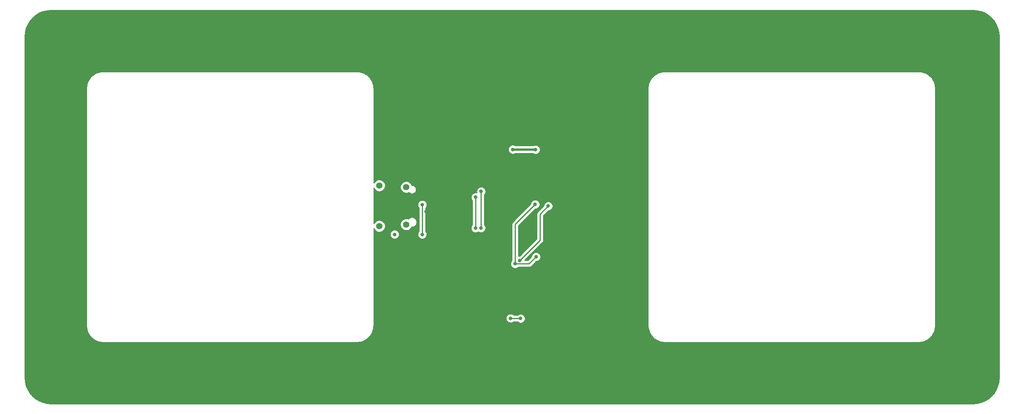
<source format=gbr>
G04 #@! TF.GenerationSoftware,KiCad,Pcbnew,(5.1.5-0-10_14)*
G04 #@! TF.CreationDate,2020-01-24T22:17:13-08:00*
G04 #@! TF.ProjectId,esp32-color-lamp-stand,65737033-322d-4636-9f6c-6f722d6c616d,rev?*
G04 #@! TF.SameCoordinates,Original*
G04 #@! TF.FileFunction,Copper,L2,Bot*
G04 #@! TF.FilePolarity,Positive*
%FSLAX46Y46*%
G04 Gerber Fmt 4.6, Leading zero omitted, Abs format (unit mm)*
G04 Created by KiCad (PCBNEW (5.1.5-0-10_14)) date 2020-01-24 22:17:13*
%MOMM*%
%LPD*%
G04 APERTURE LIST*
%ADD10C,1.400000*%
%ADD11C,0.800000*%
%ADD12C,0.508000*%
%ADD13C,0.254000*%
G04 APERTURE END LIST*
D10*
X84898000Y-39870000D03*
X84898000Y-48130000D03*
X78948000Y-48490000D03*
X78948000Y-39510000D03*
D11*
X113449100Y-31584900D03*
X108419900Y-31534100D03*
X196500000Y-3300000D03*
X179500000Y-3300000D03*
X162500000Y-3300000D03*
X145500000Y-3300000D03*
X128280300Y-3300000D03*
X111280300Y-3300000D03*
X94500000Y-3300000D03*
X77500000Y-3300000D03*
X60500000Y-3300000D03*
X43500000Y-3300000D03*
X26500000Y-3300000D03*
X9500000Y-3300000D03*
X3300000Y-23500000D03*
X3300000Y-40500000D03*
X3300000Y-57500000D03*
X3300000Y-74500000D03*
X19500000Y-84700000D03*
X36500000Y-84700000D03*
X70500000Y-84700000D03*
X53500000Y-84700000D03*
X87500000Y-84700000D03*
X104500000Y-84700000D03*
X125006100Y-21907500D03*
X212700000Y-47500000D03*
X212700000Y-30500000D03*
X212700000Y-13500000D03*
X212700000Y-64500000D03*
X111544100Y-63144400D03*
X138500000Y-84700000D03*
X155500000Y-84700000D03*
X172500000Y-84700000D03*
X189500000Y-84700000D03*
X206500000Y-84700000D03*
X121500000Y-84700000D03*
X89268300Y-45250100D03*
X88265000Y-36487100D03*
X88379300Y-41465500D03*
X110159800Y-68935600D03*
X107924600Y-68884800D03*
X116255800Y-44056300D03*
X109969300Y-56113127D03*
X113360200Y-43675300D03*
X113563400Y-55295800D03*
X108926490Y-56840137D03*
X82334100Y-50330100D03*
X88442800Y-50330100D03*
X88450115Y-43750000D03*
X101434900Y-48920400D03*
X101434900Y-40817800D03*
X100190300Y-48945800D03*
X100190300Y-42100500D03*
D12*
X113398300Y-31534100D02*
X113449100Y-31584900D01*
X108419900Y-31534100D02*
X113398300Y-31534100D01*
D13*
X107975400Y-68935600D02*
X107924600Y-68884800D01*
X110159800Y-68935600D02*
X107975400Y-68935600D01*
X114465100Y-45847000D02*
X116255800Y-44056300D01*
X114465100Y-51617327D02*
X114465100Y-45847000D01*
X109969300Y-56113127D02*
X114465100Y-51617327D01*
X108926490Y-56274452D02*
X108926490Y-56840137D01*
X113360200Y-43675300D02*
X108926490Y-48109010D01*
X108926490Y-48109010D02*
X108926490Y-56274452D01*
X113563400Y-55295800D02*
X112019063Y-56840137D01*
X112019063Y-56840137D02*
X108926490Y-56840137D01*
X88442800Y-43757315D02*
X88450115Y-43750000D01*
X88442800Y-50330100D02*
X88442800Y-43757315D01*
X101434900Y-41198800D02*
X101434900Y-48920400D01*
X101434900Y-40817800D02*
X101434900Y-41198800D01*
X100190300Y-42100500D02*
X100190300Y-48945800D01*
G36*
X210901486Y-808221D02*
G01*
X211780784Y-1019322D01*
X212616221Y-1365372D01*
X213387244Y-1837855D01*
X214074863Y-2425137D01*
X214662144Y-3112755D01*
X215134629Y-3883781D01*
X215480679Y-4719220D01*
X215691779Y-5598514D01*
X215765000Y-6528875D01*
X215765001Y-81971112D01*
X215691779Y-82901486D01*
X215480679Y-83780780D01*
X215134629Y-84616219D01*
X214662144Y-85387245D01*
X214074863Y-86074863D01*
X213387244Y-86662145D01*
X212616221Y-87134628D01*
X211780784Y-87480678D01*
X210901486Y-87691779D01*
X209971124Y-87765000D01*
X6528875Y-87765000D01*
X5598514Y-87691779D01*
X4719220Y-87480679D01*
X3883781Y-87134629D01*
X3112755Y-86662144D01*
X2425137Y-86074863D01*
X1837855Y-85387244D01*
X1365372Y-84616221D01*
X1019322Y-83780784D01*
X808221Y-82901486D01*
X735000Y-81971124D01*
X735000Y-17963896D01*
X14265000Y-17963896D01*
X14265001Y-70536105D01*
X14268229Y-70568875D01*
X14268098Y-70587559D01*
X14269099Y-70597772D01*
X14330300Y-71180062D01*
X14343710Y-71245388D01*
X14356179Y-71310756D01*
X14359143Y-71320572D01*
X14359144Y-71320579D01*
X14359147Y-71320585D01*
X14532282Y-71879894D01*
X14558095Y-71941301D01*
X14583051Y-72003069D01*
X14587869Y-72012130D01*
X14866345Y-72527162D01*
X14903608Y-72582408D01*
X14940074Y-72638133D01*
X14946560Y-72646086D01*
X15319770Y-73097219D01*
X15367060Y-73144180D01*
X15413648Y-73191754D01*
X15421555Y-73198296D01*
X15875283Y-73568348D01*
X15930776Y-73605217D01*
X15985737Y-73642850D01*
X15994764Y-73647731D01*
X16511728Y-73922605D01*
X16573367Y-73948011D01*
X16634548Y-73974233D01*
X16644351Y-73977268D01*
X17204859Y-74146495D01*
X17270251Y-74159443D01*
X17335367Y-74173284D01*
X17345573Y-74174357D01*
X17928276Y-74231492D01*
X17928277Y-74231492D01*
X17963895Y-74235000D01*
X74036105Y-74235000D01*
X74068884Y-74231772D01*
X74087559Y-74231902D01*
X74097772Y-74230901D01*
X74680062Y-74169700D01*
X74745388Y-74156290D01*
X74810756Y-74143821D01*
X74820572Y-74140857D01*
X74820579Y-74140856D01*
X74820585Y-74140853D01*
X75379894Y-73967718D01*
X75441301Y-73941905D01*
X75503069Y-73916949D01*
X75512130Y-73912131D01*
X76027162Y-73633655D01*
X76082408Y-73596392D01*
X76138133Y-73559926D01*
X76146086Y-73553440D01*
X76597219Y-73180230D01*
X76644180Y-73132940D01*
X76691754Y-73086352D01*
X76698296Y-73078445D01*
X77068348Y-72624717D01*
X77105217Y-72569224D01*
X77142850Y-72514263D01*
X77147731Y-72505236D01*
X77422605Y-71988272D01*
X77448011Y-71926633D01*
X77474233Y-71865452D01*
X77477268Y-71855649D01*
X77646495Y-71295141D01*
X77659443Y-71229749D01*
X77673284Y-71164633D01*
X77674357Y-71154427D01*
X77731492Y-70571724D01*
X77731492Y-70571723D01*
X77735000Y-70536105D01*
X77735000Y-68782861D01*
X106889600Y-68782861D01*
X106889600Y-68986739D01*
X106929374Y-69186698D01*
X107007395Y-69375056D01*
X107120663Y-69544574D01*
X107264826Y-69688737D01*
X107434344Y-69802005D01*
X107622702Y-69880026D01*
X107822661Y-69919800D01*
X108026539Y-69919800D01*
X108226498Y-69880026D01*
X108414856Y-69802005D01*
X108571110Y-69697600D01*
X109458089Y-69697600D01*
X109500026Y-69739537D01*
X109669544Y-69852805D01*
X109857902Y-69930826D01*
X110057861Y-69970600D01*
X110261739Y-69970600D01*
X110461698Y-69930826D01*
X110650056Y-69852805D01*
X110819574Y-69739537D01*
X110963737Y-69595374D01*
X111077005Y-69425856D01*
X111155026Y-69237498D01*
X111194800Y-69037539D01*
X111194800Y-68833661D01*
X111155026Y-68633702D01*
X111077005Y-68445344D01*
X110963737Y-68275826D01*
X110819574Y-68131663D01*
X110650056Y-68018395D01*
X110461698Y-67940374D01*
X110261739Y-67900600D01*
X110057861Y-67900600D01*
X109857902Y-67940374D01*
X109669544Y-68018395D01*
X109500026Y-68131663D01*
X109458089Y-68173600D01*
X108677111Y-68173600D01*
X108584374Y-68080863D01*
X108414856Y-67967595D01*
X108226498Y-67889574D01*
X108026539Y-67849800D01*
X107822661Y-67849800D01*
X107622702Y-67889574D01*
X107434344Y-67967595D01*
X107264826Y-68080863D01*
X107120663Y-68225026D01*
X107007395Y-68394544D01*
X106929374Y-68582902D01*
X106889600Y-68782861D01*
X77735000Y-68782861D01*
X77735000Y-56738198D01*
X107891490Y-56738198D01*
X107891490Y-56942076D01*
X107931264Y-57142035D01*
X108009285Y-57330393D01*
X108122553Y-57499911D01*
X108266716Y-57644074D01*
X108436234Y-57757342D01*
X108624592Y-57835363D01*
X108824551Y-57875137D01*
X109028429Y-57875137D01*
X109228388Y-57835363D01*
X109416746Y-57757342D01*
X109586264Y-57644074D01*
X109628201Y-57602137D01*
X111981640Y-57602137D01*
X112019063Y-57605823D01*
X112056486Y-57602137D01*
X112056489Y-57602137D01*
X112168441Y-57591111D01*
X112312078Y-57547539D01*
X112444455Y-57476782D01*
X112560485Y-57381559D01*
X112584347Y-57352483D01*
X113606031Y-56330800D01*
X113665339Y-56330800D01*
X113865298Y-56291026D01*
X114053656Y-56213005D01*
X114223174Y-56099737D01*
X114367337Y-55955574D01*
X114480605Y-55786056D01*
X114558626Y-55597698D01*
X114598400Y-55397739D01*
X114598400Y-55193861D01*
X114558626Y-54993902D01*
X114480605Y-54805544D01*
X114367337Y-54636026D01*
X114223174Y-54491863D01*
X114053656Y-54378595D01*
X113865298Y-54300574D01*
X113665339Y-54260800D01*
X113461461Y-54260800D01*
X113261502Y-54300574D01*
X113073144Y-54378595D01*
X112903626Y-54491863D01*
X112759463Y-54636026D01*
X112646195Y-54805544D01*
X112568174Y-54993902D01*
X112528400Y-55193861D01*
X112528400Y-55253169D01*
X111703433Y-56078137D01*
X111081920Y-56078137D01*
X114977453Y-52182605D01*
X115006522Y-52158749D01*
X115101745Y-52042719D01*
X115172502Y-51910342D01*
X115216074Y-51766705D01*
X115227100Y-51654753D01*
X115227100Y-51654751D01*
X115230786Y-51617328D01*
X115227100Y-51579905D01*
X115227100Y-46162630D01*
X116298431Y-45091300D01*
X116357739Y-45091300D01*
X116557698Y-45051526D01*
X116746056Y-44973505D01*
X116915574Y-44860237D01*
X117059737Y-44716074D01*
X117173005Y-44546556D01*
X117251026Y-44358198D01*
X117290800Y-44158239D01*
X117290800Y-43954361D01*
X117251026Y-43754402D01*
X117173005Y-43566044D01*
X117059737Y-43396526D01*
X116915574Y-43252363D01*
X116746056Y-43139095D01*
X116557698Y-43061074D01*
X116357739Y-43021300D01*
X116153861Y-43021300D01*
X115953902Y-43061074D01*
X115765544Y-43139095D01*
X115596026Y-43252363D01*
X115451863Y-43396526D01*
X115338595Y-43566044D01*
X115260574Y-43754402D01*
X115220800Y-43954361D01*
X115220800Y-44013669D01*
X113952749Y-45281721D01*
X113923679Y-45305578D01*
X113899822Y-45334648D01*
X113899821Y-45334649D01*
X113828455Y-45421608D01*
X113757699Y-45553985D01*
X113714127Y-45697622D01*
X113699414Y-45847000D01*
X113703101Y-45884433D01*
X113703100Y-51301696D01*
X109926670Y-55078127D01*
X109867361Y-55078127D01*
X109688490Y-55113706D01*
X109688490Y-48424640D01*
X113402831Y-44710300D01*
X113462139Y-44710300D01*
X113662098Y-44670526D01*
X113850456Y-44592505D01*
X114019974Y-44479237D01*
X114164137Y-44335074D01*
X114277405Y-44165556D01*
X114355426Y-43977198D01*
X114395200Y-43777239D01*
X114395200Y-43573361D01*
X114355426Y-43373402D01*
X114277405Y-43185044D01*
X114164137Y-43015526D01*
X114019974Y-42871363D01*
X113850456Y-42758095D01*
X113662098Y-42680074D01*
X113462139Y-42640300D01*
X113258261Y-42640300D01*
X113058302Y-42680074D01*
X112869944Y-42758095D01*
X112700426Y-42871363D01*
X112556263Y-43015526D01*
X112442995Y-43185044D01*
X112364974Y-43373402D01*
X112325200Y-43573361D01*
X112325200Y-43632669D01*
X108414144Y-47543726D01*
X108385068Y-47567588D01*
X108329473Y-47635332D01*
X108289845Y-47683618D01*
X108276105Y-47709325D01*
X108219088Y-47815996D01*
X108175516Y-47959633D01*
X108171687Y-47998514D01*
X108160804Y-48109010D01*
X108164490Y-48146433D01*
X108164491Y-56138425D01*
X108122553Y-56180363D01*
X108009285Y-56349881D01*
X107931264Y-56538239D01*
X107891490Y-56738198D01*
X77735000Y-56738198D01*
X77735000Y-50228161D01*
X81299100Y-50228161D01*
X81299100Y-50432039D01*
X81338874Y-50631998D01*
X81416895Y-50820356D01*
X81530163Y-50989874D01*
X81674326Y-51134037D01*
X81843844Y-51247305D01*
X82032202Y-51325326D01*
X82232161Y-51365100D01*
X82436039Y-51365100D01*
X82635998Y-51325326D01*
X82824356Y-51247305D01*
X82993874Y-51134037D01*
X83138037Y-50989874D01*
X83251305Y-50820356D01*
X83329326Y-50631998D01*
X83369100Y-50432039D01*
X83369100Y-50228161D01*
X87407800Y-50228161D01*
X87407800Y-50432039D01*
X87447574Y-50631998D01*
X87525595Y-50820356D01*
X87638863Y-50989874D01*
X87783026Y-51134037D01*
X87952544Y-51247305D01*
X88140902Y-51325326D01*
X88340861Y-51365100D01*
X88544739Y-51365100D01*
X88744698Y-51325326D01*
X88933056Y-51247305D01*
X89102574Y-51134037D01*
X89246737Y-50989874D01*
X89360005Y-50820356D01*
X89438026Y-50631998D01*
X89477800Y-50432039D01*
X89477800Y-50228161D01*
X89438026Y-50028202D01*
X89360005Y-49839844D01*
X89246737Y-49670326D01*
X89204800Y-49628389D01*
X89204800Y-44459026D01*
X89254052Y-44409774D01*
X89367320Y-44240256D01*
X89445341Y-44051898D01*
X89485115Y-43851939D01*
X89485115Y-43648061D01*
X89445341Y-43448102D01*
X89367320Y-43259744D01*
X89254052Y-43090226D01*
X89109889Y-42946063D01*
X88940371Y-42832795D01*
X88752013Y-42754774D01*
X88552054Y-42715000D01*
X88348176Y-42715000D01*
X88148217Y-42754774D01*
X87959859Y-42832795D01*
X87790341Y-42946063D01*
X87646178Y-43090226D01*
X87532910Y-43259744D01*
X87454889Y-43448102D01*
X87415115Y-43648061D01*
X87415115Y-43851939D01*
X87454889Y-44051898D01*
X87532910Y-44240256D01*
X87646178Y-44409774D01*
X87680801Y-44444397D01*
X87680800Y-49628389D01*
X87638863Y-49670326D01*
X87525595Y-49839844D01*
X87447574Y-50028202D01*
X87407800Y-50228161D01*
X83369100Y-50228161D01*
X83329326Y-50028202D01*
X83251305Y-49839844D01*
X83138037Y-49670326D01*
X82993874Y-49526163D01*
X82824356Y-49412895D01*
X82635998Y-49334874D01*
X82436039Y-49295100D01*
X82232161Y-49295100D01*
X82032202Y-49334874D01*
X81843844Y-49412895D01*
X81674326Y-49526163D01*
X81530163Y-49670326D01*
X81416895Y-49839844D01*
X81338874Y-50028202D01*
X81299100Y-50228161D01*
X77735000Y-50228161D01*
X77735000Y-49050080D01*
X77764939Y-49122359D01*
X77911038Y-49341013D01*
X78096987Y-49526962D01*
X78315641Y-49673061D01*
X78558595Y-49773696D01*
X78816514Y-49825000D01*
X79079486Y-49825000D01*
X79337405Y-49773696D01*
X79580359Y-49673061D01*
X79799013Y-49526962D01*
X79984962Y-49341013D01*
X80131061Y-49122359D01*
X80231696Y-48879405D01*
X80283000Y-48621486D01*
X80283000Y-48358514D01*
X80231696Y-48100595D01*
X80189413Y-47998514D01*
X83563000Y-47998514D01*
X83563000Y-48261486D01*
X83614304Y-48519405D01*
X83714939Y-48762359D01*
X83861038Y-48981013D01*
X84046987Y-49166962D01*
X84265641Y-49313061D01*
X84508595Y-49413696D01*
X84766514Y-49465000D01*
X85029486Y-49465000D01*
X85287405Y-49413696D01*
X85530359Y-49313061D01*
X85749013Y-49166962D01*
X85934962Y-48981013D01*
X86081061Y-48762359D01*
X86102749Y-48710000D01*
X86257325Y-48710000D01*
X86471775Y-48667343D01*
X86673782Y-48583669D01*
X86855584Y-48462193D01*
X87010193Y-48307584D01*
X87131669Y-48125782D01*
X87215343Y-47923775D01*
X87258000Y-47709325D01*
X87258000Y-47490675D01*
X87215343Y-47276225D01*
X87131669Y-47074218D01*
X87010193Y-46892416D01*
X86855584Y-46737807D01*
X86673782Y-46616331D01*
X86471775Y-46532657D01*
X86257325Y-46490000D01*
X86038675Y-46490000D01*
X85824225Y-46532657D01*
X85622218Y-46616331D01*
X85440416Y-46737807D01*
X85318881Y-46859342D01*
X85287405Y-46846304D01*
X85029486Y-46795000D01*
X84766514Y-46795000D01*
X84508595Y-46846304D01*
X84265641Y-46946939D01*
X84046987Y-47093038D01*
X83861038Y-47278987D01*
X83714939Y-47497641D01*
X83614304Y-47740595D01*
X83563000Y-47998514D01*
X80189413Y-47998514D01*
X80131061Y-47857641D01*
X79984962Y-47638987D01*
X79799013Y-47453038D01*
X79580359Y-47306939D01*
X79337405Y-47206304D01*
X79079486Y-47155000D01*
X78816514Y-47155000D01*
X78558595Y-47206304D01*
X78315641Y-47306939D01*
X78096987Y-47453038D01*
X77911038Y-47638987D01*
X77764939Y-47857641D01*
X77735000Y-47929920D01*
X77735000Y-41998561D01*
X99155300Y-41998561D01*
X99155300Y-42202439D01*
X99195074Y-42402398D01*
X99273095Y-42590756D01*
X99386363Y-42760274D01*
X99428300Y-42802211D01*
X99428301Y-48244088D01*
X99386363Y-48286026D01*
X99273095Y-48455544D01*
X99195074Y-48643902D01*
X99155300Y-48843861D01*
X99155300Y-49047739D01*
X99195074Y-49247698D01*
X99273095Y-49436056D01*
X99386363Y-49605574D01*
X99530526Y-49749737D01*
X99700044Y-49863005D01*
X99888402Y-49941026D01*
X100088361Y-49980800D01*
X100292239Y-49980800D01*
X100492198Y-49941026D01*
X100680556Y-49863005D01*
X100831607Y-49762076D01*
X100944644Y-49837605D01*
X101133002Y-49915626D01*
X101332961Y-49955400D01*
X101536839Y-49955400D01*
X101736798Y-49915626D01*
X101925156Y-49837605D01*
X102094674Y-49724337D01*
X102238837Y-49580174D01*
X102352105Y-49410656D01*
X102430126Y-49222298D01*
X102469900Y-49022339D01*
X102469900Y-48818461D01*
X102430126Y-48618502D01*
X102352105Y-48430144D01*
X102238837Y-48260626D01*
X102196900Y-48218689D01*
X102196900Y-41519511D01*
X102238837Y-41477574D01*
X102352105Y-41308056D01*
X102430126Y-41119698D01*
X102469900Y-40919739D01*
X102469900Y-40715861D01*
X102430126Y-40515902D01*
X102352105Y-40327544D01*
X102238837Y-40158026D01*
X102094674Y-40013863D01*
X101925156Y-39900595D01*
X101736798Y-39822574D01*
X101536839Y-39782800D01*
X101332961Y-39782800D01*
X101133002Y-39822574D01*
X100944644Y-39900595D01*
X100775126Y-40013863D01*
X100630963Y-40158026D01*
X100517695Y-40327544D01*
X100439674Y-40515902D01*
X100399900Y-40715861D01*
X100399900Y-40919739D01*
X100434523Y-41093802D01*
X100292239Y-41065500D01*
X100088361Y-41065500D01*
X99888402Y-41105274D01*
X99700044Y-41183295D01*
X99530526Y-41296563D01*
X99386363Y-41440726D01*
X99273095Y-41610244D01*
X99195074Y-41798602D01*
X99155300Y-41998561D01*
X77735000Y-41998561D01*
X77735000Y-40070080D01*
X77764939Y-40142359D01*
X77911038Y-40361013D01*
X78096987Y-40546962D01*
X78315641Y-40693061D01*
X78558595Y-40793696D01*
X78816514Y-40845000D01*
X79079486Y-40845000D01*
X79337405Y-40793696D01*
X79580359Y-40693061D01*
X79799013Y-40546962D01*
X79984962Y-40361013D01*
X80131061Y-40142359D01*
X80231696Y-39899405D01*
X80263699Y-39738514D01*
X83563000Y-39738514D01*
X83563000Y-40001486D01*
X83614304Y-40259405D01*
X83714939Y-40502359D01*
X83861038Y-40721013D01*
X84046987Y-40906962D01*
X84265641Y-41053061D01*
X84508595Y-41153696D01*
X84766514Y-41205000D01*
X85029486Y-41205000D01*
X85287405Y-41153696D01*
X85468881Y-41078526D01*
X85536036Y-41145681D01*
X85693269Y-41250741D01*
X85867978Y-41323108D01*
X86053448Y-41360000D01*
X86242552Y-41360000D01*
X86428022Y-41323108D01*
X86602731Y-41250741D01*
X86759964Y-41145681D01*
X86893681Y-41011964D01*
X86998741Y-40854731D01*
X87071108Y-40680022D01*
X87108000Y-40494552D01*
X87108000Y-40305448D01*
X87071108Y-40119978D01*
X86998741Y-39945269D01*
X86893681Y-39788036D01*
X86759964Y-39654319D01*
X86602731Y-39549259D01*
X86428022Y-39476892D01*
X86242552Y-39440000D01*
X86164881Y-39440000D01*
X86081061Y-39237641D01*
X85934962Y-39018987D01*
X85749013Y-38833038D01*
X85530359Y-38686939D01*
X85287405Y-38586304D01*
X85029486Y-38535000D01*
X84766514Y-38535000D01*
X84508595Y-38586304D01*
X84265641Y-38686939D01*
X84046987Y-38833038D01*
X83861038Y-39018987D01*
X83714939Y-39237641D01*
X83614304Y-39480595D01*
X83563000Y-39738514D01*
X80263699Y-39738514D01*
X80283000Y-39641486D01*
X80283000Y-39378514D01*
X80231696Y-39120595D01*
X80131061Y-38877641D01*
X79984962Y-38658987D01*
X79799013Y-38473038D01*
X79580359Y-38326939D01*
X79337405Y-38226304D01*
X79079486Y-38175000D01*
X78816514Y-38175000D01*
X78558595Y-38226304D01*
X78315641Y-38326939D01*
X78096987Y-38473038D01*
X77911038Y-38658987D01*
X77764939Y-38877641D01*
X77735000Y-38949920D01*
X77735000Y-31432161D01*
X107384900Y-31432161D01*
X107384900Y-31636039D01*
X107424674Y-31835998D01*
X107502695Y-32024356D01*
X107615963Y-32193874D01*
X107760126Y-32338037D01*
X107929644Y-32451305D01*
X108118002Y-32529326D01*
X108317961Y-32569100D01*
X108521839Y-32569100D01*
X108721798Y-32529326D01*
X108910156Y-32451305D01*
X108952368Y-32423100D01*
X112840604Y-32423100D01*
X112958844Y-32502105D01*
X113147202Y-32580126D01*
X113347161Y-32619900D01*
X113551039Y-32619900D01*
X113750998Y-32580126D01*
X113939356Y-32502105D01*
X114108874Y-32388837D01*
X114253037Y-32244674D01*
X114366305Y-32075156D01*
X114444326Y-31886798D01*
X114484100Y-31686839D01*
X114484100Y-31482961D01*
X114444326Y-31283002D01*
X114366305Y-31094644D01*
X114253037Y-30925126D01*
X114108874Y-30780963D01*
X113939356Y-30667695D01*
X113750998Y-30589674D01*
X113551039Y-30549900D01*
X113347161Y-30549900D01*
X113147202Y-30589674D01*
X113013393Y-30645100D01*
X108952368Y-30645100D01*
X108910156Y-30616895D01*
X108721798Y-30538874D01*
X108521839Y-30499100D01*
X108317961Y-30499100D01*
X108118002Y-30538874D01*
X107929644Y-30616895D01*
X107760126Y-30730163D01*
X107615963Y-30874326D01*
X107502695Y-31043844D01*
X107424674Y-31232202D01*
X107384900Y-31432161D01*
X77735000Y-31432161D01*
X77735000Y-17963896D01*
X138265000Y-17963896D01*
X138265001Y-70536105D01*
X138268229Y-70568875D01*
X138268098Y-70587559D01*
X138269099Y-70597772D01*
X138330300Y-71180062D01*
X138343710Y-71245388D01*
X138356179Y-71310756D01*
X138359143Y-71320572D01*
X138359144Y-71320579D01*
X138359147Y-71320585D01*
X138532282Y-71879894D01*
X138558095Y-71941301D01*
X138583051Y-72003069D01*
X138587869Y-72012130D01*
X138866345Y-72527162D01*
X138903608Y-72582408D01*
X138940074Y-72638133D01*
X138946560Y-72646086D01*
X139319770Y-73097219D01*
X139367060Y-73144180D01*
X139413648Y-73191754D01*
X139421555Y-73198296D01*
X139875283Y-73568348D01*
X139930776Y-73605217D01*
X139985737Y-73642850D01*
X139994764Y-73647731D01*
X140511728Y-73922605D01*
X140573367Y-73948011D01*
X140634548Y-73974233D01*
X140644351Y-73977268D01*
X141204859Y-74146495D01*
X141270251Y-74159443D01*
X141335367Y-74173284D01*
X141345573Y-74174357D01*
X141928276Y-74231492D01*
X141928277Y-74231492D01*
X141963895Y-74235000D01*
X198036105Y-74235000D01*
X198068884Y-74231772D01*
X198087559Y-74231902D01*
X198097772Y-74230901D01*
X198680062Y-74169700D01*
X198745388Y-74156290D01*
X198810756Y-74143821D01*
X198820572Y-74140857D01*
X198820579Y-74140856D01*
X198820585Y-74140853D01*
X199379894Y-73967718D01*
X199441301Y-73941905D01*
X199503069Y-73916949D01*
X199512130Y-73912131D01*
X200027162Y-73633655D01*
X200082408Y-73596392D01*
X200138133Y-73559926D01*
X200146086Y-73553440D01*
X200597219Y-73180230D01*
X200644180Y-73132940D01*
X200691754Y-73086352D01*
X200698296Y-73078445D01*
X201068348Y-72624717D01*
X201105217Y-72569224D01*
X201142850Y-72514263D01*
X201147731Y-72505236D01*
X201422605Y-71988272D01*
X201448011Y-71926633D01*
X201474233Y-71865452D01*
X201477268Y-71855649D01*
X201646495Y-71295141D01*
X201659443Y-71229749D01*
X201673284Y-71164633D01*
X201674357Y-71154427D01*
X201731492Y-70571724D01*
X201731492Y-70571723D01*
X201735000Y-70536105D01*
X201735000Y-17963895D01*
X201731772Y-17931116D01*
X201731902Y-17912441D01*
X201730901Y-17902227D01*
X201669700Y-17319938D01*
X201656294Y-17254631D01*
X201643821Y-17189245D01*
X201640857Y-17179428D01*
X201640856Y-17179421D01*
X201640853Y-17179415D01*
X201467718Y-16620107D01*
X201441903Y-16558696D01*
X201416949Y-16496931D01*
X201412131Y-16487870D01*
X201133655Y-15972838D01*
X201096392Y-15917592D01*
X201059926Y-15861867D01*
X201053440Y-15853914D01*
X200680230Y-15402781D01*
X200632957Y-15355837D01*
X200586352Y-15308246D01*
X200578445Y-15301704D01*
X200124717Y-14931652D01*
X200069198Y-14894765D01*
X200014263Y-14857151D01*
X200005236Y-14852269D01*
X199488272Y-14577395D01*
X199426633Y-14551989D01*
X199365452Y-14525767D01*
X199355649Y-14522732D01*
X198795141Y-14353505D01*
X198729781Y-14340563D01*
X198664633Y-14326716D01*
X198654427Y-14325643D01*
X198071724Y-14268508D01*
X198071723Y-14268508D01*
X198036105Y-14265000D01*
X141963895Y-14265000D01*
X141931116Y-14268228D01*
X141912441Y-14268098D01*
X141902227Y-14269099D01*
X141319938Y-14330300D01*
X141254631Y-14343706D01*
X141189245Y-14356179D01*
X141179428Y-14359143D01*
X141179421Y-14359144D01*
X141179415Y-14359147D01*
X140620107Y-14532282D01*
X140558696Y-14558097D01*
X140496931Y-14583051D01*
X140487870Y-14587869D01*
X139972838Y-14866345D01*
X139917592Y-14903608D01*
X139861867Y-14940074D01*
X139853914Y-14946560D01*
X139402781Y-15319770D01*
X139355837Y-15367043D01*
X139308246Y-15413648D01*
X139301704Y-15421555D01*
X138931652Y-15875283D01*
X138894765Y-15930802D01*
X138857151Y-15985737D01*
X138852269Y-15994764D01*
X138577395Y-16511728D01*
X138551989Y-16573367D01*
X138525767Y-16634548D01*
X138522732Y-16644351D01*
X138353505Y-17204859D01*
X138340563Y-17270219D01*
X138326716Y-17335367D01*
X138325643Y-17345573D01*
X138268508Y-17928276D01*
X138265000Y-17963896D01*
X77735000Y-17963896D01*
X77735000Y-17963895D01*
X77731772Y-17931116D01*
X77731902Y-17912441D01*
X77730901Y-17902227D01*
X77669700Y-17319938D01*
X77656294Y-17254631D01*
X77643821Y-17189245D01*
X77640857Y-17179428D01*
X77640856Y-17179421D01*
X77640853Y-17179415D01*
X77467718Y-16620107D01*
X77441903Y-16558696D01*
X77416949Y-16496931D01*
X77412131Y-16487870D01*
X77133655Y-15972838D01*
X77096392Y-15917592D01*
X77059926Y-15861867D01*
X77053440Y-15853914D01*
X76680230Y-15402781D01*
X76632957Y-15355837D01*
X76586352Y-15308246D01*
X76578445Y-15301704D01*
X76124717Y-14931652D01*
X76069198Y-14894765D01*
X76014263Y-14857151D01*
X76005236Y-14852269D01*
X75488272Y-14577395D01*
X75426633Y-14551989D01*
X75365452Y-14525767D01*
X75355649Y-14522732D01*
X74795141Y-14353505D01*
X74729781Y-14340563D01*
X74664633Y-14326716D01*
X74654427Y-14325643D01*
X74071724Y-14268508D01*
X74071723Y-14268508D01*
X74036105Y-14265000D01*
X17963895Y-14265000D01*
X17931116Y-14268228D01*
X17912441Y-14268098D01*
X17902227Y-14269099D01*
X17319938Y-14330300D01*
X17254631Y-14343706D01*
X17189245Y-14356179D01*
X17179428Y-14359143D01*
X17179421Y-14359144D01*
X17179415Y-14359147D01*
X16620107Y-14532282D01*
X16558696Y-14558097D01*
X16496931Y-14583051D01*
X16487870Y-14587869D01*
X15972838Y-14866345D01*
X15917592Y-14903608D01*
X15861867Y-14940074D01*
X15853914Y-14946560D01*
X15402781Y-15319770D01*
X15355837Y-15367043D01*
X15308246Y-15413648D01*
X15301704Y-15421555D01*
X14931652Y-15875283D01*
X14894765Y-15930802D01*
X14857151Y-15985737D01*
X14852269Y-15994764D01*
X14577395Y-16511728D01*
X14551989Y-16573367D01*
X14525767Y-16634548D01*
X14522732Y-16644351D01*
X14353505Y-17204859D01*
X14340563Y-17270219D01*
X14326716Y-17335367D01*
X14325643Y-17345573D01*
X14268508Y-17928276D01*
X14265000Y-17963896D01*
X735000Y-17963896D01*
X735000Y-6528876D01*
X808221Y-5598514D01*
X1019322Y-4719216D01*
X1365372Y-3883779D01*
X1837855Y-3112756D01*
X2425137Y-2425137D01*
X3112755Y-1837856D01*
X3883781Y-1365371D01*
X4719220Y-1019321D01*
X5598514Y-808221D01*
X6528875Y-735000D01*
X209971124Y-735000D01*
X210901486Y-808221D01*
G37*
X210901486Y-808221D02*
X211780784Y-1019322D01*
X212616221Y-1365372D01*
X213387244Y-1837855D01*
X214074863Y-2425137D01*
X214662144Y-3112755D01*
X215134629Y-3883781D01*
X215480679Y-4719220D01*
X215691779Y-5598514D01*
X215765000Y-6528875D01*
X215765001Y-81971112D01*
X215691779Y-82901486D01*
X215480679Y-83780780D01*
X215134629Y-84616219D01*
X214662144Y-85387245D01*
X214074863Y-86074863D01*
X213387244Y-86662145D01*
X212616221Y-87134628D01*
X211780784Y-87480678D01*
X210901486Y-87691779D01*
X209971124Y-87765000D01*
X6528875Y-87765000D01*
X5598514Y-87691779D01*
X4719220Y-87480679D01*
X3883781Y-87134629D01*
X3112755Y-86662144D01*
X2425137Y-86074863D01*
X1837855Y-85387244D01*
X1365372Y-84616221D01*
X1019322Y-83780784D01*
X808221Y-82901486D01*
X735000Y-81971124D01*
X735000Y-17963896D01*
X14265000Y-17963896D01*
X14265001Y-70536105D01*
X14268229Y-70568875D01*
X14268098Y-70587559D01*
X14269099Y-70597772D01*
X14330300Y-71180062D01*
X14343710Y-71245388D01*
X14356179Y-71310756D01*
X14359143Y-71320572D01*
X14359144Y-71320579D01*
X14359147Y-71320585D01*
X14532282Y-71879894D01*
X14558095Y-71941301D01*
X14583051Y-72003069D01*
X14587869Y-72012130D01*
X14866345Y-72527162D01*
X14903608Y-72582408D01*
X14940074Y-72638133D01*
X14946560Y-72646086D01*
X15319770Y-73097219D01*
X15367060Y-73144180D01*
X15413648Y-73191754D01*
X15421555Y-73198296D01*
X15875283Y-73568348D01*
X15930776Y-73605217D01*
X15985737Y-73642850D01*
X15994764Y-73647731D01*
X16511728Y-73922605D01*
X16573367Y-73948011D01*
X16634548Y-73974233D01*
X16644351Y-73977268D01*
X17204859Y-74146495D01*
X17270251Y-74159443D01*
X17335367Y-74173284D01*
X17345573Y-74174357D01*
X17928276Y-74231492D01*
X17928277Y-74231492D01*
X17963895Y-74235000D01*
X74036105Y-74235000D01*
X74068884Y-74231772D01*
X74087559Y-74231902D01*
X74097772Y-74230901D01*
X74680062Y-74169700D01*
X74745388Y-74156290D01*
X74810756Y-74143821D01*
X74820572Y-74140857D01*
X74820579Y-74140856D01*
X74820585Y-74140853D01*
X75379894Y-73967718D01*
X75441301Y-73941905D01*
X75503069Y-73916949D01*
X75512130Y-73912131D01*
X76027162Y-73633655D01*
X76082408Y-73596392D01*
X76138133Y-73559926D01*
X76146086Y-73553440D01*
X76597219Y-73180230D01*
X76644180Y-73132940D01*
X76691754Y-73086352D01*
X76698296Y-73078445D01*
X77068348Y-72624717D01*
X77105217Y-72569224D01*
X77142850Y-72514263D01*
X77147731Y-72505236D01*
X77422605Y-71988272D01*
X77448011Y-71926633D01*
X77474233Y-71865452D01*
X77477268Y-71855649D01*
X77646495Y-71295141D01*
X77659443Y-71229749D01*
X77673284Y-71164633D01*
X77674357Y-71154427D01*
X77731492Y-70571724D01*
X77731492Y-70571723D01*
X77735000Y-70536105D01*
X77735000Y-68782861D01*
X106889600Y-68782861D01*
X106889600Y-68986739D01*
X106929374Y-69186698D01*
X107007395Y-69375056D01*
X107120663Y-69544574D01*
X107264826Y-69688737D01*
X107434344Y-69802005D01*
X107622702Y-69880026D01*
X107822661Y-69919800D01*
X108026539Y-69919800D01*
X108226498Y-69880026D01*
X108414856Y-69802005D01*
X108571110Y-69697600D01*
X109458089Y-69697600D01*
X109500026Y-69739537D01*
X109669544Y-69852805D01*
X109857902Y-69930826D01*
X110057861Y-69970600D01*
X110261739Y-69970600D01*
X110461698Y-69930826D01*
X110650056Y-69852805D01*
X110819574Y-69739537D01*
X110963737Y-69595374D01*
X111077005Y-69425856D01*
X111155026Y-69237498D01*
X111194800Y-69037539D01*
X111194800Y-68833661D01*
X111155026Y-68633702D01*
X111077005Y-68445344D01*
X110963737Y-68275826D01*
X110819574Y-68131663D01*
X110650056Y-68018395D01*
X110461698Y-67940374D01*
X110261739Y-67900600D01*
X110057861Y-67900600D01*
X109857902Y-67940374D01*
X109669544Y-68018395D01*
X109500026Y-68131663D01*
X109458089Y-68173600D01*
X108677111Y-68173600D01*
X108584374Y-68080863D01*
X108414856Y-67967595D01*
X108226498Y-67889574D01*
X108026539Y-67849800D01*
X107822661Y-67849800D01*
X107622702Y-67889574D01*
X107434344Y-67967595D01*
X107264826Y-68080863D01*
X107120663Y-68225026D01*
X107007395Y-68394544D01*
X106929374Y-68582902D01*
X106889600Y-68782861D01*
X77735000Y-68782861D01*
X77735000Y-56738198D01*
X107891490Y-56738198D01*
X107891490Y-56942076D01*
X107931264Y-57142035D01*
X108009285Y-57330393D01*
X108122553Y-57499911D01*
X108266716Y-57644074D01*
X108436234Y-57757342D01*
X108624592Y-57835363D01*
X108824551Y-57875137D01*
X109028429Y-57875137D01*
X109228388Y-57835363D01*
X109416746Y-57757342D01*
X109586264Y-57644074D01*
X109628201Y-57602137D01*
X111981640Y-57602137D01*
X112019063Y-57605823D01*
X112056486Y-57602137D01*
X112056489Y-57602137D01*
X112168441Y-57591111D01*
X112312078Y-57547539D01*
X112444455Y-57476782D01*
X112560485Y-57381559D01*
X112584347Y-57352483D01*
X113606031Y-56330800D01*
X113665339Y-56330800D01*
X113865298Y-56291026D01*
X114053656Y-56213005D01*
X114223174Y-56099737D01*
X114367337Y-55955574D01*
X114480605Y-55786056D01*
X114558626Y-55597698D01*
X114598400Y-55397739D01*
X114598400Y-55193861D01*
X114558626Y-54993902D01*
X114480605Y-54805544D01*
X114367337Y-54636026D01*
X114223174Y-54491863D01*
X114053656Y-54378595D01*
X113865298Y-54300574D01*
X113665339Y-54260800D01*
X113461461Y-54260800D01*
X113261502Y-54300574D01*
X113073144Y-54378595D01*
X112903626Y-54491863D01*
X112759463Y-54636026D01*
X112646195Y-54805544D01*
X112568174Y-54993902D01*
X112528400Y-55193861D01*
X112528400Y-55253169D01*
X111703433Y-56078137D01*
X111081920Y-56078137D01*
X114977453Y-52182605D01*
X115006522Y-52158749D01*
X115101745Y-52042719D01*
X115172502Y-51910342D01*
X115216074Y-51766705D01*
X115227100Y-51654753D01*
X115227100Y-51654751D01*
X115230786Y-51617328D01*
X115227100Y-51579905D01*
X115227100Y-46162630D01*
X116298431Y-45091300D01*
X116357739Y-45091300D01*
X116557698Y-45051526D01*
X116746056Y-44973505D01*
X116915574Y-44860237D01*
X117059737Y-44716074D01*
X117173005Y-44546556D01*
X117251026Y-44358198D01*
X117290800Y-44158239D01*
X117290800Y-43954361D01*
X117251026Y-43754402D01*
X117173005Y-43566044D01*
X117059737Y-43396526D01*
X116915574Y-43252363D01*
X116746056Y-43139095D01*
X116557698Y-43061074D01*
X116357739Y-43021300D01*
X116153861Y-43021300D01*
X115953902Y-43061074D01*
X115765544Y-43139095D01*
X115596026Y-43252363D01*
X115451863Y-43396526D01*
X115338595Y-43566044D01*
X115260574Y-43754402D01*
X115220800Y-43954361D01*
X115220800Y-44013669D01*
X113952749Y-45281721D01*
X113923679Y-45305578D01*
X113899822Y-45334648D01*
X113899821Y-45334649D01*
X113828455Y-45421608D01*
X113757699Y-45553985D01*
X113714127Y-45697622D01*
X113699414Y-45847000D01*
X113703101Y-45884433D01*
X113703100Y-51301696D01*
X109926670Y-55078127D01*
X109867361Y-55078127D01*
X109688490Y-55113706D01*
X109688490Y-48424640D01*
X113402831Y-44710300D01*
X113462139Y-44710300D01*
X113662098Y-44670526D01*
X113850456Y-44592505D01*
X114019974Y-44479237D01*
X114164137Y-44335074D01*
X114277405Y-44165556D01*
X114355426Y-43977198D01*
X114395200Y-43777239D01*
X114395200Y-43573361D01*
X114355426Y-43373402D01*
X114277405Y-43185044D01*
X114164137Y-43015526D01*
X114019974Y-42871363D01*
X113850456Y-42758095D01*
X113662098Y-42680074D01*
X113462139Y-42640300D01*
X113258261Y-42640300D01*
X113058302Y-42680074D01*
X112869944Y-42758095D01*
X112700426Y-42871363D01*
X112556263Y-43015526D01*
X112442995Y-43185044D01*
X112364974Y-43373402D01*
X112325200Y-43573361D01*
X112325200Y-43632669D01*
X108414144Y-47543726D01*
X108385068Y-47567588D01*
X108329473Y-47635332D01*
X108289845Y-47683618D01*
X108276105Y-47709325D01*
X108219088Y-47815996D01*
X108175516Y-47959633D01*
X108171687Y-47998514D01*
X108160804Y-48109010D01*
X108164490Y-48146433D01*
X108164491Y-56138425D01*
X108122553Y-56180363D01*
X108009285Y-56349881D01*
X107931264Y-56538239D01*
X107891490Y-56738198D01*
X77735000Y-56738198D01*
X77735000Y-50228161D01*
X81299100Y-50228161D01*
X81299100Y-50432039D01*
X81338874Y-50631998D01*
X81416895Y-50820356D01*
X81530163Y-50989874D01*
X81674326Y-51134037D01*
X81843844Y-51247305D01*
X82032202Y-51325326D01*
X82232161Y-51365100D01*
X82436039Y-51365100D01*
X82635998Y-51325326D01*
X82824356Y-51247305D01*
X82993874Y-51134037D01*
X83138037Y-50989874D01*
X83251305Y-50820356D01*
X83329326Y-50631998D01*
X83369100Y-50432039D01*
X83369100Y-50228161D01*
X87407800Y-50228161D01*
X87407800Y-50432039D01*
X87447574Y-50631998D01*
X87525595Y-50820356D01*
X87638863Y-50989874D01*
X87783026Y-51134037D01*
X87952544Y-51247305D01*
X88140902Y-51325326D01*
X88340861Y-51365100D01*
X88544739Y-51365100D01*
X88744698Y-51325326D01*
X88933056Y-51247305D01*
X89102574Y-51134037D01*
X89246737Y-50989874D01*
X89360005Y-50820356D01*
X89438026Y-50631998D01*
X89477800Y-50432039D01*
X89477800Y-50228161D01*
X89438026Y-50028202D01*
X89360005Y-49839844D01*
X89246737Y-49670326D01*
X89204800Y-49628389D01*
X89204800Y-44459026D01*
X89254052Y-44409774D01*
X89367320Y-44240256D01*
X89445341Y-44051898D01*
X89485115Y-43851939D01*
X89485115Y-43648061D01*
X89445341Y-43448102D01*
X89367320Y-43259744D01*
X89254052Y-43090226D01*
X89109889Y-42946063D01*
X88940371Y-42832795D01*
X88752013Y-42754774D01*
X88552054Y-42715000D01*
X88348176Y-42715000D01*
X88148217Y-42754774D01*
X87959859Y-42832795D01*
X87790341Y-42946063D01*
X87646178Y-43090226D01*
X87532910Y-43259744D01*
X87454889Y-43448102D01*
X87415115Y-43648061D01*
X87415115Y-43851939D01*
X87454889Y-44051898D01*
X87532910Y-44240256D01*
X87646178Y-44409774D01*
X87680801Y-44444397D01*
X87680800Y-49628389D01*
X87638863Y-49670326D01*
X87525595Y-49839844D01*
X87447574Y-50028202D01*
X87407800Y-50228161D01*
X83369100Y-50228161D01*
X83329326Y-50028202D01*
X83251305Y-49839844D01*
X83138037Y-49670326D01*
X82993874Y-49526163D01*
X82824356Y-49412895D01*
X82635998Y-49334874D01*
X82436039Y-49295100D01*
X82232161Y-49295100D01*
X82032202Y-49334874D01*
X81843844Y-49412895D01*
X81674326Y-49526163D01*
X81530163Y-49670326D01*
X81416895Y-49839844D01*
X81338874Y-50028202D01*
X81299100Y-50228161D01*
X77735000Y-50228161D01*
X77735000Y-49050080D01*
X77764939Y-49122359D01*
X77911038Y-49341013D01*
X78096987Y-49526962D01*
X78315641Y-49673061D01*
X78558595Y-49773696D01*
X78816514Y-49825000D01*
X79079486Y-49825000D01*
X79337405Y-49773696D01*
X79580359Y-49673061D01*
X79799013Y-49526962D01*
X79984962Y-49341013D01*
X80131061Y-49122359D01*
X80231696Y-48879405D01*
X80283000Y-48621486D01*
X80283000Y-48358514D01*
X80231696Y-48100595D01*
X80189413Y-47998514D01*
X83563000Y-47998514D01*
X83563000Y-48261486D01*
X83614304Y-48519405D01*
X83714939Y-48762359D01*
X83861038Y-48981013D01*
X84046987Y-49166962D01*
X84265641Y-49313061D01*
X84508595Y-49413696D01*
X84766514Y-49465000D01*
X85029486Y-49465000D01*
X85287405Y-49413696D01*
X85530359Y-49313061D01*
X85749013Y-49166962D01*
X85934962Y-48981013D01*
X86081061Y-48762359D01*
X86102749Y-48710000D01*
X86257325Y-48710000D01*
X86471775Y-48667343D01*
X86673782Y-48583669D01*
X86855584Y-48462193D01*
X87010193Y-48307584D01*
X87131669Y-48125782D01*
X87215343Y-47923775D01*
X87258000Y-47709325D01*
X87258000Y-47490675D01*
X87215343Y-47276225D01*
X87131669Y-47074218D01*
X87010193Y-46892416D01*
X86855584Y-46737807D01*
X86673782Y-46616331D01*
X86471775Y-46532657D01*
X86257325Y-46490000D01*
X86038675Y-46490000D01*
X85824225Y-46532657D01*
X85622218Y-46616331D01*
X85440416Y-46737807D01*
X85318881Y-46859342D01*
X85287405Y-46846304D01*
X85029486Y-46795000D01*
X84766514Y-46795000D01*
X84508595Y-46846304D01*
X84265641Y-46946939D01*
X84046987Y-47093038D01*
X83861038Y-47278987D01*
X83714939Y-47497641D01*
X83614304Y-47740595D01*
X83563000Y-47998514D01*
X80189413Y-47998514D01*
X80131061Y-47857641D01*
X79984962Y-47638987D01*
X79799013Y-47453038D01*
X79580359Y-47306939D01*
X79337405Y-47206304D01*
X79079486Y-47155000D01*
X78816514Y-47155000D01*
X78558595Y-47206304D01*
X78315641Y-47306939D01*
X78096987Y-47453038D01*
X77911038Y-47638987D01*
X77764939Y-47857641D01*
X77735000Y-47929920D01*
X77735000Y-41998561D01*
X99155300Y-41998561D01*
X99155300Y-42202439D01*
X99195074Y-42402398D01*
X99273095Y-42590756D01*
X99386363Y-42760274D01*
X99428300Y-42802211D01*
X99428301Y-48244088D01*
X99386363Y-48286026D01*
X99273095Y-48455544D01*
X99195074Y-48643902D01*
X99155300Y-48843861D01*
X99155300Y-49047739D01*
X99195074Y-49247698D01*
X99273095Y-49436056D01*
X99386363Y-49605574D01*
X99530526Y-49749737D01*
X99700044Y-49863005D01*
X99888402Y-49941026D01*
X100088361Y-49980800D01*
X100292239Y-49980800D01*
X100492198Y-49941026D01*
X100680556Y-49863005D01*
X100831607Y-49762076D01*
X100944644Y-49837605D01*
X101133002Y-49915626D01*
X101332961Y-49955400D01*
X101536839Y-49955400D01*
X101736798Y-49915626D01*
X101925156Y-49837605D01*
X102094674Y-49724337D01*
X102238837Y-49580174D01*
X102352105Y-49410656D01*
X102430126Y-49222298D01*
X102469900Y-49022339D01*
X102469900Y-48818461D01*
X102430126Y-48618502D01*
X102352105Y-48430144D01*
X102238837Y-48260626D01*
X102196900Y-48218689D01*
X102196900Y-41519511D01*
X102238837Y-41477574D01*
X102352105Y-41308056D01*
X102430126Y-41119698D01*
X102469900Y-40919739D01*
X102469900Y-40715861D01*
X102430126Y-40515902D01*
X102352105Y-40327544D01*
X102238837Y-40158026D01*
X102094674Y-40013863D01*
X101925156Y-39900595D01*
X101736798Y-39822574D01*
X101536839Y-39782800D01*
X101332961Y-39782800D01*
X101133002Y-39822574D01*
X100944644Y-39900595D01*
X100775126Y-40013863D01*
X100630963Y-40158026D01*
X100517695Y-40327544D01*
X100439674Y-40515902D01*
X100399900Y-40715861D01*
X100399900Y-40919739D01*
X100434523Y-41093802D01*
X100292239Y-41065500D01*
X100088361Y-41065500D01*
X99888402Y-41105274D01*
X99700044Y-41183295D01*
X99530526Y-41296563D01*
X99386363Y-41440726D01*
X99273095Y-41610244D01*
X99195074Y-41798602D01*
X99155300Y-41998561D01*
X77735000Y-41998561D01*
X77735000Y-40070080D01*
X77764939Y-40142359D01*
X77911038Y-40361013D01*
X78096987Y-40546962D01*
X78315641Y-40693061D01*
X78558595Y-40793696D01*
X78816514Y-40845000D01*
X79079486Y-40845000D01*
X79337405Y-40793696D01*
X79580359Y-40693061D01*
X79799013Y-40546962D01*
X79984962Y-40361013D01*
X80131061Y-40142359D01*
X80231696Y-39899405D01*
X80263699Y-39738514D01*
X83563000Y-39738514D01*
X83563000Y-40001486D01*
X83614304Y-40259405D01*
X83714939Y-40502359D01*
X83861038Y-40721013D01*
X84046987Y-40906962D01*
X84265641Y-41053061D01*
X84508595Y-41153696D01*
X84766514Y-41205000D01*
X85029486Y-41205000D01*
X85287405Y-41153696D01*
X85468881Y-41078526D01*
X85536036Y-41145681D01*
X85693269Y-41250741D01*
X85867978Y-41323108D01*
X86053448Y-41360000D01*
X86242552Y-41360000D01*
X86428022Y-41323108D01*
X86602731Y-41250741D01*
X86759964Y-41145681D01*
X86893681Y-41011964D01*
X86998741Y-40854731D01*
X87071108Y-40680022D01*
X87108000Y-40494552D01*
X87108000Y-40305448D01*
X87071108Y-40119978D01*
X86998741Y-39945269D01*
X86893681Y-39788036D01*
X86759964Y-39654319D01*
X86602731Y-39549259D01*
X86428022Y-39476892D01*
X86242552Y-39440000D01*
X86164881Y-39440000D01*
X86081061Y-39237641D01*
X85934962Y-39018987D01*
X85749013Y-38833038D01*
X85530359Y-38686939D01*
X85287405Y-38586304D01*
X85029486Y-38535000D01*
X84766514Y-38535000D01*
X84508595Y-38586304D01*
X84265641Y-38686939D01*
X84046987Y-38833038D01*
X83861038Y-39018987D01*
X83714939Y-39237641D01*
X83614304Y-39480595D01*
X83563000Y-39738514D01*
X80263699Y-39738514D01*
X80283000Y-39641486D01*
X80283000Y-39378514D01*
X80231696Y-39120595D01*
X80131061Y-38877641D01*
X79984962Y-38658987D01*
X79799013Y-38473038D01*
X79580359Y-38326939D01*
X79337405Y-38226304D01*
X79079486Y-38175000D01*
X78816514Y-38175000D01*
X78558595Y-38226304D01*
X78315641Y-38326939D01*
X78096987Y-38473038D01*
X77911038Y-38658987D01*
X77764939Y-38877641D01*
X77735000Y-38949920D01*
X77735000Y-31432161D01*
X107384900Y-31432161D01*
X107384900Y-31636039D01*
X107424674Y-31835998D01*
X107502695Y-32024356D01*
X107615963Y-32193874D01*
X107760126Y-32338037D01*
X107929644Y-32451305D01*
X108118002Y-32529326D01*
X108317961Y-32569100D01*
X108521839Y-32569100D01*
X108721798Y-32529326D01*
X108910156Y-32451305D01*
X108952368Y-32423100D01*
X112840604Y-32423100D01*
X112958844Y-32502105D01*
X113147202Y-32580126D01*
X113347161Y-32619900D01*
X113551039Y-32619900D01*
X113750998Y-32580126D01*
X113939356Y-32502105D01*
X114108874Y-32388837D01*
X114253037Y-32244674D01*
X114366305Y-32075156D01*
X114444326Y-31886798D01*
X114484100Y-31686839D01*
X114484100Y-31482961D01*
X114444326Y-31283002D01*
X114366305Y-31094644D01*
X114253037Y-30925126D01*
X114108874Y-30780963D01*
X113939356Y-30667695D01*
X113750998Y-30589674D01*
X113551039Y-30549900D01*
X113347161Y-30549900D01*
X113147202Y-30589674D01*
X113013393Y-30645100D01*
X108952368Y-30645100D01*
X108910156Y-30616895D01*
X108721798Y-30538874D01*
X108521839Y-30499100D01*
X108317961Y-30499100D01*
X108118002Y-30538874D01*
X107929644Y-30616895D01*
X107760126Y-30730163D01*
X107615963Y-30874326D01*
X107502695Y-31043844D01*
X107424674Y-31232202D01*
X107384900Y-31432161D01*
X77735000Y-31432161D01*
X77735000Y-17963896D01*
X138265000Y-17963896D01*
X138265001Y-70536105D01*
X138268229Y-70568875D01*
X138268098Y-70587559D01*
X138269099Y-70597772D01*
X138330300Y-71180062D01*
X138343710Y-71245388D01*
X138356179Y-71310756D01*
X138359143Y-71320572D01*
X138359144Y-71320579D01*
X138359147Y-71320585D01*
X138532282Y-71879894D01*
X138558095Y-71941301D01*
X138583051Y-72003069D01*
X138587869Y-72012130D01*
X138866345Y-72527162D01*
X138903608Y-72582408D01*
X138940074Y-72638133D01*
X138946560Y-72646086D01*
X139319770Y-73097219D01*
X139367060Y-73144180D01*
X139413648Y-73191754D01*
X139421555Y-73198296D01*
X139875283Y-73568348D01*
X139930776Y-73605217D01*
X139985737Y-73642850D01*
X139994764Y-73647731D01*
X140511728Y-73922605D01*
X140573367Y-73948011D01*
X140634548Y-73974233D01*
X140644351Y-73977268D01*
X141204859Y-74146495D01*
X141270251Y-74159443D01*
X141335367Y-74173284D01*
X141345573Y-74174357D01*
X141928276Y-74231492D01*
X141928277Y-74231492D01*
X141963895Y-74235000D01*
X198036105Y-74235000D01*
X198068884Y-74231772D01*
X198087559Y-74231902D01*
X198097772Y-74230901D01*
X198680062Y-74169700D01*
X198745388Y-74156290D01*
X198810756Y-74143821D01*
X198820572Y-74140857D01*
X198820579Y-74140856D01*
X198820585Y-74140853D01*
X199379894Y-73967718D01*
X199441301Y-73941905D01*
X199503069Y-73916949D01*
X199512130Y-73912131D01*
X200027162Y-73633655D01*
X200082408Y-73596392D01*
X200138133Y-73559926D01*
X200146086Y-73553440D01*
X200597219Y-73180230D01*
X200644180Y-73132940D01*
X200691754Y-73086352D01*
X200698296Y-73078445D01*
X201068348Y-72624717D01*
X201105217Y-72569224D01*
X201142850Y-72514263D01*
X201147731Y-72505236D01*
X201422605Y-71988272D01*
X201448011Y-71926633D01*
X201474233Y-71865452D01*
X201477268Y-71855649D01*
X201646495Y-71295141D01*
X201659443Y-71229749D01*
X201673284Y-71164633D01*
X201674357Y-71154427D01*
X201731492Y-70571724D01*
X201731492Y-70571723D01*
X201735000Y-70536105D01*
X201735000Y-17963895D01*
X201731772Y-17931116D01*
X201731902Y-17912441D01*
X201730901Y-17902227D01*
X201669700Y-17319938D01*
X201656294Y-17254631D01*
X201643821Y-17189245D01*
X201640857Y-17179428D01*
X201640856Y-17179421D01*
X201640853Y-17179415D01*
X201467718Y-16620107D01*
X201441903Y-16558696D01*
X201416949Y-16496931D01*
X201412131Y-16487870D01*
X201133655Y-15972838D01*
X201096392Y-15917592D01*
X201059926Y-15861867D01*
X201053440Y-15853914D01*
X200680230Y-15402781D01*
X200632957Y-15355837D01*
X200586352Y-15308246D01*
X200578445Y-15301704D01*
X200124717Y-14931652D01*
X200069198Y-14894765D01*
X200014263Y-14857151D01*
X200005236Y-14852269D01*
X199488272Y-14577395D01*
X199426633Y-14551989D01*
X199365452Y-14525767D01*
X199355649Y-14522732D01*
X198795141Y-14353505D01*
X198729781Y-14340563D01*
X198664633Y-14326716D01*
X198654427Y-14325643D01*
X198071724Y-14268508D01*
X198071723Y-14268508D01*
X198036105Y-14265000D01*
X141963895Y-14265000D01*
X141931116Y-14268228D01*
X141912441Y-14268098D01*
X141902227Y-14269099D01*
X141319938Y-14330300D01*
X141254631Y-14343706D01*
X141189245Y-14356179D01*
X141179428Y-14359143D01*
X141179421Y-14359144D01*
X141179415Y-14359147D01*
X140620107Y-14532282D01*
X140558696Y-14558097D01*
X140496931Y-14583051D01*
X140487870Y-14587869D01*
X139972838Y-14866345D01*
X139917592Y-14903608D01*
X139861867Y-14940074D01*
X139853914Y-14946560D01*
X139402781Y-15319770D01*
X139355837Y-15367043D01*
X139308246Y-15413648D01*
X139301704Y-15421555D01*
X138931652Y-15875283D01*
X138894765Y-15930802D01*
X138857151Y-15985737D01*
X138852269Y-15994764D01*
X138577395Y-16511728D01*
X138551989Y-16573367D01*
X138525767Y-16634548D01*
X138522732Y-16644351D01*
X138353505Y-17204859D01*
X138340563Y-17270219D01*
X138326716Y-17335367D01*
X138325643Y-17345573D01*
X138268508Y-17928276D01*
X138265000Y-17963896D01*
X77735000Y-17963896D01*
X77735000Y-17963895D01*
X77731772Y-17931116D01*
X77731902Y-17912441D01*
X77730901Y-17902227D01*
X77669700Y-17319938D01*
X77656294Y-17254631D01*
X77643821Y-17189245D01*
X77640857Y-17179428D01*
X77640856Y-17179421D01*
X77640853Y-17179415D01*
X77467718Y-16620107D01*
X77441903Y-16558696D01*
X77416949Y-16496931D01*
X77412131Y-16487870D01*
X77133655Y-15972838D01*
X77096392Y-15917592D01*
X77059926Y-15861867D01*
X77053440Y-15853914D01*
X76680230Y-15402781D01*
X76632957Y-15355837D01*
X76586352Y-15308246D01*
X76578445Y-15301704D01*
X76124717Y-14931652D01*
X76069198Y-14894765D01*
X76014263Y-14857151D01*
X76005236Y-14852269D01*
X75488272Y-14577395D01*
X75426633Y-14551989D01*
X75365452Y-14525767D01*
X75355649Y-14522732D01*
X74795141Y-14353505D01*
X74729781Y-14340563D01*
X74664633Y-14326716D01*
X74654427Y-14325643D01*
X74071724Y-14268508D01*
X74071723Y-14268508D01*
X74036105Y-14265000D01*
X17963895Y-14265000D01*
X17931116Y-14268228D01*
X17912441Y-14268098D01*
X17902227Y-14269099D01*
X17319938Y-14330300D01*
X17254631Y-14343706D01*
X17189245Y-14356179D01*
X17179428Y-14359143D01*
X17179421Y-14359144D01*
X17179415Y-14359147D01*
X16620107Y-14532282D01*
X16558696Y-14558097D01*
X16496931Y-14583051D01*
X16487870Y-14587869D01*
X15972838Y-14866345D01*
X15917592Y-14903608D01*
X15861867Y-14940074D01*
X15853914Y-14946560D01*
X15402781Y-15319770D01*
X15355837Y-15367043D01*
X15308246Y-15413648D01*
X15301704Y-15421555D01*
X14931652Y-15875283D01*
X14894765Y-15930802D01*
X14857151Y-15985737D01*
X14852269Y-15994764D01*
X14577395Y-16511728D01*
X14551989Y-16573367D01*
X14525767Y-16634548D01*
X14522732Y-16644351D01*
X14353505Y-17204859D01*
X14340563Y-17270219D01*
X14326716Y-17335367D01*
X14325643Y-17345573D01*
X14268508Y-17928276D01*
X14265000Y-17963896D01*
X735000Y-17963896D01*
X735000Y-6528876D01*
X808221Y-5598514D01*
X1019322Y-4719216D01*
X1365372Y-3883779D01*
X1837855Y-3112756D01*
X2425137Y-2425137D01*
X3112755Y-1837856D01*
X3883781Y-1365371D01*
X4719220Y-1019321D01*
X5598514Y-808221D01*
X6528875Y-735000D01*
X209971124Y-735000D01*
X210901486Y-808221D01*
M02*

</source>
